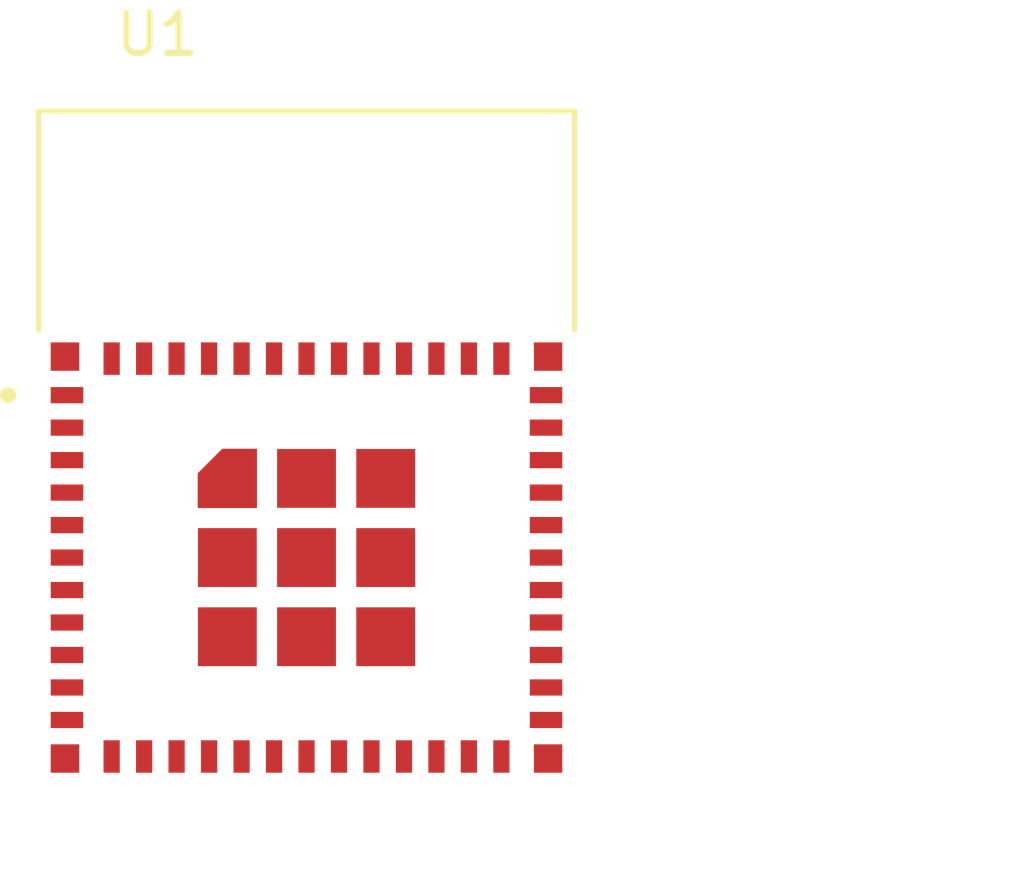
<source format=kicad_pcb>
(kicad_pcb (version 20241229) (generator "pcbnew") (generator_version "9.0")
  (layers (0 "F.Cu" signal) (2 "B.Cu" signal) (13 "F.Paste" user) (15 "B.Paste" user) (5 "F.SilkS" user "F.Silkscreen") (7 "B.SilkS" user "B.Silkscreen") (1 "F.Mask" user) (3 "B.Mask" user) (25 "Edge.Cuts" user))
  (net 0 "")
  (net 1 "GND")
  (footprint "ESP32:MODULE_ESP32-PICO-MINI-02" (layer "F.Cu") (at 150.05 100.05)
    (property "Reference" "U1" (at -3.675 -12.885 0) (layer "F.SilkS"))
    (property "Value" "ESP32-PICO-MINI-02")
    (fp_line (start -6.6 -11) (end 6.6 -11) (stroke (width 0.127)) (layer "F.SilkS"))
    (fp_line (start -6.6 -5.6) (end -6.6 -11) (stroke (width 0.127)) (layer "F.SilkS"))
    (fp_line (start 6.6 -11) (end 6.6 -5.6) (stroke (width 0.127)) (layer "F.SilkS"))
    (fp_circle (center -7.35 -4) (end -7.25 -4) (stroke (width 0.2)) (fill no) (layer "F.SilkS"))
    (pad "1" smd rect (at -5.9 -4) (size 0.8 0.4) (layers "F.Cu" "F.Mask" "F.Paste") (net 1 "GND"))
    (pad "2" smd rect (at -5.9 -3.2) (size 0.8 0.4) (layers "F.Cu" "F.Mask" "F.Paste") (net 1 "GND"))
    (pad "3" smd rect (at -5.9 -2.4) (size 0.8 0.4) (layers "F.Cu" "F.Mask" "F.Paste"))
    (pad "4" smd rect (at -5.9 -1.6) (size 0.8 0.4) (layers "F.Cu" "F.Mask" "F.Paste"))
    (pad "5" smd rect (at -5.9 -0.8) (size 0.8 0.4) (layers "F.Cu" "F.Mask" "F.Paste"))
    (pad "6" smd rect (at -5.9 0) (size 0.8 0.4) (layers "F.Cu" "F.Mask" "F.Paste"))
    (pad "7" smd rect (at -5.9 0.8) (size 0.8 0.4) (layers "F.Cu" "F.Mask" "F.Paste"))
    (pad "8" smd rect (at -5.9 1.6) (size 0.8 0.4) (layers "F.Cu" "F.Mask" "F.Paste"))
    (pad "9" smd rect (at -5.9 2.4) (size 0.8 0.4) (layers "F.Cu" "F.Mask" "F.Paste"))
    (pad "10" smd rect (at -5.9 3.2) (size 0.8 0.4) (layers "F.Cu" "F.Mask" "F.Paste"))
    (pad "11" smd rect (at -5.9 4) (size 0.8 0.4) (layers "F.Cu" "F.Mask" "F.Paste") (net 1 "GND"))
    (pad "12" smd rect (at -4.8 4.9) (size 0.4 0.8) (layers "F.Cu" "F.Mask" "F.Paste"))
    (pad "13" smd rect (at -4 4.9) (size 0.4 0.8) (layers "F.Cu" "F.Mask" "F.Paste"))
    (pad "14" smd rect (at -3.2 4.9) (size 0.4 0.8) (layers "F.Cu" "F.Mask" "F.Paste") (net 1 "GND"))
    (pad "15" smd rect (at -2.4 4.9) (size 0.4 0.8) (layers "F.Cu" "F.Mask" "F.Paste"))
    (pad "16" smd rect (at -1.6 4.9) (size 0.4 0.8) (layers "F.Cu" "F.Mask" "F.Paste"))
    (pad "17" smd rect (at -0.8 4.9) (size 0.4 0.8) (layers "F.Cu" "F.Mask" "F.Paste"))
    (pad "18" smd rect (at 0 4.9) (size 0.4 0.8) (layers "F.Cu" "F.Mask" "F.Paste"))
    (pad "19" smd rect (at 0.8 4.9) (size 0.4 0.8) (layers "F.Cu" "F.Mask" "F.Paste"))
    (pad "20" smd rect (at 1.6 4.9) (size 0.4 0.8) (layers "F.Cu" "F.Mask" "F.Paste"))
    (pad "21" smd rect (at 2.4 4.9) (size 0.4 0.8) (layers "F.Cu" "F.Mask" "F.Paste"))
    (pad "22" smd rect (at 3.2 4.9) (size 0.4 0.8) (layers "F.Cu" "F.Mask" "F.Paste"))
    (pad "23" smd rect (at 4 4.9) (size 0.4 0.8) (layers "F.Cu" "F.Mask" "F.Paste"))
    (pad "24" smd rect (at 4.8 4.9) (size 0.4 0.8) (layers "F.Cu" "F.Mask" "F.Paste"))
    (pad "25" smd rect (at 5.9 4) (size 0.8 0.4) (layers "F.Cu" "F.Mask" "F.Paste"))
    (pad "26" smd rect (at 5.9 3.2) (size 0.8 0.4) (layers "F.Cu" "F.Mask" "F.Paste"))
    (pad "27" smd rect (at 5.9 2.4) (size 0.8 0.4) (layers "F.Cu" "F.Mask" "F.Paste"))
    (pad "28" smd rect (at 5.9 1.6) (size 0.8 0.4) (layers "F.Cu" "F.Mask" "F.Paste"))
    (pad "29" smd rect (at 5.9 0.8) (size 0.8 0.4) (layers "F.Cu" "F.Mask" "F.Paste"))
    (pad "30" smd rect (at 5.9 0) (size 0.8 0.4) (layers "F.Cu" "F.Mask" "F.Paste"))
    (pad "31" smd rect (at 5.9 -0.8) (size 0.8 0.4) (layers "F.Cu" "F.Mask" "F.Paste"))
    (pad "32" smd rect (at 5.9 -1.6) (size 0.8 0.4) (layers "F.Cu" "F.Mask" "F.Paste"))
    (pad "33" smd rect (at 5.9 -2.4) (size 0.8 0.4) (layers "F.Cu" "F.Mask" "F.Paste"))
    (pad "34" smd rect (at 5.9 -3.2) (size 0.8 0.4) (layers "F.Cu" "F.Mask" "F.Paste"))
    (pad "35" smd rect (at 5.9 -4) (size 0.8 0.4) (layers "F.Cu" "F.Mask" "F.Paste"))
    (pad "36" smd rect (at 4.8 -4.9) (size 0.4 0.8) (layers "F.Cu" "F.Mask" "F.Paste") (net 1 "GND"))
    (pad "37" smd rect (at 4 -4.9) (size 0.4 0.8) (layers "F.Cu" "F.Mask" "F.Paste") (net 1 "GND"))
    (pad "38" smd rect (at 3.2 -4.9) (size 0.4 0.8) (layers "F.Cu" "F.Mask" "F.Paste") (net 1 "GND"))
    (pad "39" smd rect (at 2.4 -4.9) (size 0.4 0.8) (layers "F.Cu" "F.Mask" "F.Paste") (net 1 "GND"))
    (pad "40" smd rect (at 1.6 -4.9) (size 0.4 0.8) (layers "F.Cu" "F.Mask" "F.Paste") (net 1 "GND"))
    (pad "41" smd rect (at 0.8 -4.9) (size 0.4 0.8) (layers "F.Cu" "F.Mask" "F.Paste") (net 1 "GND"))
    (pad "42" smd rect (at 0 -4.9) (size 0.4 0.8) (layers "F.Cu" "F.Mask" "F.Paste") (net 1 "GND"))
    (pad "43" smd rect (at -0.8 -4.9) (size 0.4 0.8) (layers "F.Cu" "F.Mask" "F.Paste") (net 1 "GND"))
    (pad "44" smd rect (at -1.6 -4.9) (size 0.4 0.8) (layers "F.Cu" "F.Mask" "F.Paste") (net 1 "GND"))
    (pad "45" smd rect (at -2.4 -4.9) (size 0.4 0.8) (layers "F.Cu" "F.Mask" "F.Paste") (net 1 "GND"))
    (pad "46" smd rect (at -3.2 -4.9) (size 0.4 0.8) (layers "F.Cu" "F.Mask" "F.Paste") (net 1 "GND"))
    (pad "47" smd rect (at -4 -4.9) (size 0.4 0.8) (layers "F.Cu" "F.Mask" "F.Paste") (net 1 "GND"))
    (pad "48" smd rect (at -4.8 -4.9) (size 0.4 0.8) (layers "F.Cu" "F.Mask" "F.Paste") (net 1 "GND"))
    (pad "49" smd rect (at 0 0) (size 1.45 1.45) (layers "F.Cu" "F.Mask" "F.Paste") (net 1 "GND"))
    (pad "50" smd rect (at 5.95 -4.95) (size 0.7 0.7) (layers "F.Cu" "F.Mask" "F.Paste") (net 1 "GND"))
    (pad "51" smd rect (at 5.95 4.95) (size 0.7 0.7) (layers "F.Cu" "F.Mask" "F.Paste") (net 1 "GND"))
    (pad "52" smd rect (at -5.95 4.95) (size 0.7 0.7) (layers "F.Cu" "F.Mask" "F.Paste") (net 1 "GND"))
    (pad "53" smd rect (at -5.95 -4.95) (size 0.7 0.7) (layers "F.Cu" "F.Mask" "F.Paste") (net 1 "GND"))
    (pad "54" smd rect (at -1.95 0) (size 1.45 1.45) (layers "F.Cu" "F.Mask" "F.Paste") (net 1 "GND"))
    (pad "55" smd rect (at -1.95 1.95) (size 1.45 1.45) (layers "F.Cu" "F.Mask" "F.Paste") (net 1 "GND"))
    (pad "56" smd rect (at 0 1.95) (size 1.45 1.45) (layers "F.Cu" "F.Mask" "F.Paste") (net 1 "GND"))
    (pad "57" smd rect (at 1.95 1.95) (size 1.45 1.45) (layers "F.Cu" "F.Mask" "F.Paste") (net 1 "GND"))
    (pad "58" smd rect (at 1.95 0) (size 1.45 1.45) (layers "F.Cu" "F.Mask" "F.Paste") (net 1 "GND"))
    (pad "59" smd rect (at 1.95 -1.95) (size 1.45 1.45) (layers "F.Cu" "F.Mask" "F.Paste") (net 1 "GND"))
    (pad "60" smd rect (at 0 -1.95) (size 1.45 1.45) (layers "F.Cu" "F.Mask" "F.Paste") (net 1 "GND"))
    (pad "61" smd custom (at -1.95 -1.95) (size 0.5 0.5) (layers "F.Cu") (net 1 "GND") (options (clearance outline) (anchor rect)) (primitives (gr_poly (pts (xy 0.725 0.725) (xy 0.725 -0.725) (xy -0.125 -0.725) (xy -0.725 -0.125) (xy -0.725 0.725)) (width 0.01) (fill yes))))
  )
)
</source>
